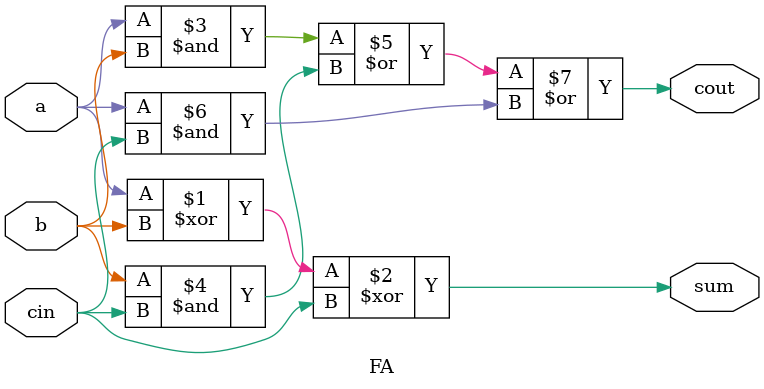
<source format=v>
module top_module (
    input [3:0] x,
    input [3:0] y, 
    output [4:0] sum);

    wire w1, w2, w3;
    FA ad0(.a(x[0]), .b(y[0]), .cin(1'b0), .cout(w1), .sum(sum[0]));
    FA ad1(.a(x[1]), .b(y[1]), .cin(w1), .cout(w2), .sum(sum[1]));
    FA ad2(.a(x[2]), .b(y[2]), .cin(w2), .cout(w3), .sum(sum[2]));
    FA ad3(.a(x[3]), .b(y[3]), .cin(w3), .cout(sum[4]), .sum(sum[3]));
endmodule

module FA (input a,
           input b,
           input cin,
           output cout,
           output sum);
    
    assign sum = a ^ b ^ cin;
    assign cout = (a&b)|(b&cin)|(a&cin);
endmodule

</source>
